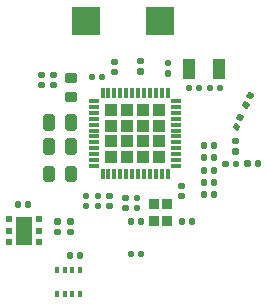
<source format=gbr>
G04 EAGLE Gerber RS-274X export*
G75*
%MOMM*%
%FSLAX34Y34*%
%LPD*%
%INSolderpaste Top*%
%IPPOS*%
%AMOC8*
5,1,8,0,0,1.08239X$1,22.5*%
G01*
%ADD10R,0.850000X0.300000*%
%ADD11R,0.300000X0.850000*%
%ADD12R,1.000000X1.000000*%
%ADD13C,0.280800*%
%ADD14C,0.500000*%
%ADD15C,0.402900*%
%ADD16R,1.000000X1.800000*%
%ADD17R,0.850000X0.950000*%
%ADD18C,0.270000*%
%ADD19R,2.368000X2.403600*%
%ADD20R,0.500000X0.500000*%
%ADD21R,1.450000X2.400000*%
%ADD22R,0.350000X0.500000*%


D10*
X149816Y116010D03*
X149816Y121010D03*
X149816Y126010D03*
X149816Y131010D03*
X149816Y136010D03*
X149816Y141010D03*
X149816Y146010D03*
X149816Y151010D03*
X149816Y156010D03*
X149816Y161010D03*
X149816Y166010D03*
X149816Y171010D03*
D11*
X142816Y178010D03*
X137816Y178010D03*
X132816Y178010D03*
X127816Y178010D03*
X122816Y178010D03*
X117816Y178010D03*
X112816Y178010D03*
X107816Y178010D03*
X102816Y178010D03*
X97816Y178010D03*
X92816Y178010D03*
X87816Y178010D03*
D10*
X80816Y171010D03*
X80816Y166010D03*
X80816Y161010D03*
X80816Y156010D03*
X80816Y151010D03*
X80816Y146010D03*
X80816Y141010D03*
X80816Y136010D03*
X80816Y131010D03*
X80816Y126010D03*
X80816Y121010D03*
X80816Y116010D03*
D11*
X87816Y109010D03*
X92816Y109010D03*
X97816Y109010D03*
X102816Y109010D03*
X107816Y109010D03*
X112816Y109010D03*
X117816Y109010D03*
X122816Y109010D03*
X127816Y109010D03*
X132816Y109010D03*
X137816Y109010D03*
X142816Y109010D03*
D12*
X135316Y123510D03*
X122066Y123510D03*
X108566Y123510D03*
X95316Y123510D03*
X135316Y136760D03*
X135316Y150260D03*
X135316Y163510D03*
X95316Y163510D03*
X108566Y163510D03*
X122066Y163510D03*
X122066Y150260D03*
X122066Y136760D03*
X108566Y136760D03*
X95316Y136760D03*
X108566Y150260D03*
X95316Y150260D03*
D13*
X47697Y192107D02*
X47697Y194699D01*
X47697Y192107D02*
X44505Y192107D01*
X44505Y194699D01*
X47697Y194699D01*
X44505Y186099D02*
X44505Y183507D01*
X44505Y186099D02*
X47697Y186099D01*
X47697Y183507D01*
X44505Y183507D01*
X37410Y192107D02*
X37410Y194699D01*
X37410Y192107D02*
X34218Y192107D01*
X34218Y194699D01*
X37410Y194699D01*
X34218Y186099D02*
X34218Y183507D01*
X34218Y186099D02*
X37410Y186099D01*
X37410Y183507D01*
X34218Y183507D01*
X94941Y92591D02*
X94941Y89999D01*
X91749Y89999D01*
X91749Y92591D01*
X94941Y92591D01*
X91749Y83991D02*
X91749Y81399D01*
X91749Y83991D02*
X94941Y83991D01*
X94941Y81399D01*
X91749Y81399D01*
X81970Y81272D02*
X81970Y83864D01*
X85162Y83864D01*
X85162Y81272D01*
X81970Y81272D01*
X85162Y89872D02*
X85162Y92464D01*
X85162Y89872D02*
X81970Y89872D01*
X81970Y92464D01*
X85162Y92464D01*
X79419Y193366D02*
X76827Y193366D01*
X79419Y193366D02*
X79419Y190174D01*
X76827Y190174D01*
X76827Y193366D01*
X76827Y192842D02*
X79419Y192842D01*
X85427Y190174D02*
X88019Y190174D01*
X85427Y190174D02*
X85427Y193366D01*
X88019Y193366D01*
X88019Y190174D01*
X88019Y192842D02*
X85427Y192842D01*
X176776Y184095D02*
X179368Y184095D01*
X179368Y180903D01*
X176776Y180903D01*
X176776Y184095D01*
X176776Y183571D02*
X179368Y183571D01*
X185376Y180903D02*
X187968Y180903D01*
X185376Y180903D02*
X185376Y184095D01*
X187968Y184095D01*
X187968Y180903D01*
X187968Y183571D02*
X185376Y183571D01*
X170061Y180903D02*
X167469Y180903D01*
X167469Y184095D01*
X170061Y184095D01*
X170061Y180903D01*
X170061Y183571D02*
X167469Y183571D01*
X161461Y184095D02*
X158869Y184095D01*
X161461Y184095D02*
X161461Y180903D01*
X158869Y180903D01*
X158869Y184095D01*
X158869Y183571D02*
X161461Y183571D01*
X141152Y193413D02*
X141152Y196005D01*
X144344Y196005D01*
X144344Y193413D01*
X141152Y193413D01*
X144344Y202013D02*
X144344Y204605D01*
X144344Y202013D02*
X141152Y202013D01*
X141152Y204605D01*
X144344Y204605D01*
X96194Y197275D02*
X96194Y194683D01*
X96194Y197275D02*
X99386Y197275D01*
X99386Y194683D01*
X96194Y194683D01*
X99386Y203283D02*
X99386Y205875D01*
X99386Y203283D02*
X96194Y203283D01*
X96194Y205875D01*
X99386Y205875D01*
X108530Y90686D02*
X108530Y88094D01*
X105338Y88094D01*
X105338Y90686D01*
X108530Y90686D01*
X105338Y82086D02*
X105338Y79494D01*
X105338Y82086D02*
X108530Y82086D01*
X108530Y79494D01*
X105338Y79494D01*
X75002Y89872D02*
X75002Y92464D01*
X75002Y89872D02*
X71810Y89872D01*
X71810Y92464D01*
X75002Y92464D01*
X71810Y83864D02*
X71810Y81272D01*
X71810Y83864D02*
X75002Y83864D01*
X75002Y81272D01*
X71810Y81272D01*
D14*
X63666Y104620D02*
X58666Y104620D01*
X58666Y113820D01*
X63666Y113820D01*
X63666Y104620D01*
X63666Y109370D02*
X58666Y109370D01*
X44966Y113820D02*
X39966Y113820D01*
X44966Y113820D02*
X44966Y104620D01*
X39966Y104620D01*
X39966Y113820D01*
X39966Y109370D02*
X44966Y109370D01*
X45093Y157508D02*
X40093Y157508D01*
X45093Y157508D02*
X45093Y148308D01*
X40093Y148308D01*
X40093Y157508D01*
X40093Y153058D02*
X45093Y153058D01*
X58793Y148308D02*
X63793Y148308D01*
X58793Y148308D02*
X58793Y157508D01*
X63793Y157508D01*
X63793Y148308D01*
X63793Y153058D02*
X58793Y153058D01*
D13*
X118182Y90686D02*
X118182Y88094D01*
X114990Y88094D01*
X114990Y90686D01*
X118182Y90686D01*
X114990Y82086D02*
X114990Y79494D01*
X114990Y82086D02*
X118182Y82086D01*
X118182Y79494D01*
X114990Y79494D01*
X155774Y98254D02*
X155774Y100846D01*
X155774Y98254D02*
X152582Y98254D01*
X152582Y100846D01*
X155774Y100846D01*
X152582Y92246D02*
X152582Y89654D01*
X152582Y92246D02*
X155774Y92246D01*
X155774Y89654D01*
X152582Y89654D01*
D15*
X58070Y172744D02*
X58070Y176616D01*
X63342Y176616D01*
X63342Y172744D01*
X58070Y172744D01*
X58070Y176572D02*
X63342Y176572D01*
X63342Y189144D02*
X63342Y193016D01*
X63342Y189144D02*
X58070Y189144D01*
X58070Y193016D01*
X63342Y193016D01*
X63342Y192972D02*
X58070Y192972D01*
D14*
X58920Y128242D02*
X63920Y128242D01*
X58920Y128242D02*
X58920Y137442D01*
X63920Y137442D01*
X63920Y128242D01*
X63920Y132992D02*
X58920Y132992D01*
X45220Y137442D02*
X40220Y137442D01*
X45220Y137442D02*
X45220Y128242D01*
X40220Y128242D01*
X40220Y137442D01*
X40220Y132992D02*
X45220Y132992D01*
D16*
X185982Y198120D03*
X160982Y198120D03*
D17*
X142656Y69331D03*
X142656Y83831D03*
X131156Y83831D03*
X131156Y69331D03*
D18*
X171622Y121794D02*
X174322Y121794D01*
X171622Y121794D02*
X171622Y125094D01*
X174322Y125094D01*
X174322Y121794D01*
X174322Y124359D02*
X171622Y124359D01*
X180262Y121794D02*
X182962Y121794D01*
X180262Y121794D02*
X180262Y125094D01*
X182962Y125094D01*
X182962Y121794D01*
X182962Y124359D02*
X180262Y124359D01*
X174449Y132208D02*
X171749Y132208D01*
X171749Y135508D01*
X174449Y135508D01*
X174449Y132208D01*
X174449Y134773D02*
X171749Y134773D01*
X180389Y132208D02*
X183089Y132208D01*
X180389Y132208D02*
X180389Y135508D01*
X183089Y135508D01*
X183089Y132208D01*
X183089Y134773D02*
X180389Y134773D01*
X180389Y93598D02*
X183089Y93598D01*
X183089Y90298D01*
X180389Y90298D01*
X180389Y93598D01*
X180389Y92863D02*
X183089Y92863D01*
X174449Y93598D02*
X171749Y93598D01*
X174449Y93598D02*
X174449Y90298D01*
X171749Y90298D01*
X171749Y93598D01*
X171749Y92863D02*
X174449Y92863D01*
X174449Y111126D02*
X171749Y111126D01*
X171749Y114426D01*
X174449Y114426D01*
X174449Y111126D01*
X174449Y113691D02*
X171749Y113691D01*
X180389Y111126D02*
X183089Y111126D01*
X180389Y111126D02*
X180389Y114426D01*
X183089Y114426D01*
X183089Y111126D01*
X183089Y113691D02*
X180389Y113691D01*
X208706Y116587D02*
X211406Y116587D01*
X208706Y116587D02*
X208706Y119887D01*
X211406Y119887D01*
X211406Y116587D01*
X211406Y119152D02*
X208706Y119152D01*
X217346Y116587D02*
X220046Y116587D01*
X217346Y116587D02*
X217346Y119887D01*
X220046Y119887D01*
X220046Y116587D01*
X220046Y119152D02*
X217346Y119152D01*
X201911Y147652D02*
X202839Y150186D01*
X201911Y147652D02*
X198813Y148786D01*
X199741Y151320D01*
X202839Y150186D01*
X202754Y150217D02*
X199337Y150217D01*
X204881Y155766D02*
X205809Y158300D01*
X204881Y155766D02*
X201783Y156900D01*
X202711Y159434D01*
X205809Y158300D01*
X205724Y158331D02*
X202307Y158331D01*
X174576Y100712D02*
X171876Y100712D01*
X171876Y104012D01*
X174576Y104012D01*
X174576Y100712D01*
X174576Y103277D02*
X171876Y103277D01*
X180516Y100712D02*
X183216Y100712D01*
X180516Y100712D02*
X180516Y104012D01*
X183216Y104012D01*
X183216Y100712D01*
X183216Y103277D02*
X180516Y103277D01*
X190164Y116460D02*
X192864Y116460D01*
X190164Y116460D02*
X190164Y119760D01*
X192864Y119760D01*
X192864Y116460D01*
X192864Y119025D02*
X190164Y119025D01*
X198804Y116460D02*
X201504Y116460D01*
X198804Y116460D02*
X198804Y119760D01*
X201504Y119760D01*
X201504Y116460D01*
X201504Y119025D02*
X198804Y119025D01*
X201421Y127299D02*
X201421Y129999D01*
X201421Y127299D02*
X198121Y127299D01*
X198121Y129999D01*
X201421Y129999D01*
X201421Y129864D02*
X198121Y129864D01*
X201421Y135939D02*
X201421Y138639D01*
X201421Y135939D02*
X198121Y135939D01*
X198121Y138639D01*
X201421Y138639D01*
X201421Y138504D02*
X198121Y138504D01*
X164420Y70992D02*
X161720Y70992D01*
X164420Y70992D02*
X164420Y67692D01*
X161720Y67692D01*
X161720Y70992D01*
X161720Y70257D02*
X164420Y70257D01*
X155780Y70992D02*
X153080Y70992D01*
X155780Y70992D02*
X155780Y67692D01*
X153080Y67692D01*
X153080Y70992D01*
X153080Y70257D02*
X155780Y70257D01*
X121367Y71246D02*
X118667Y71246D01*
X121367Y71246D02*
X121367Y67946D01*
X118667Y67946D01*
X118667Y71246D01*
X118667Y70511D02*
X121367Y70511D01*
X112727Y71246D02*
X110027Y71246D01*
X112727Y71246D02*
X112727Y67946D01*
X110027Y67946D01*
X110027Y71246D01*
X110027Y70511D02*
X112727Y70511D01*
X117476Y203630D02*
X117476Y206330D01*
X120776Y206330D01*
X120776Y203630D01*
X117476Y203630D01*
X117476Y206195D02*
X120776Y206195D01*
X117476Y197690D02*
X117476Y194990D01*
X117476Y197690D02*
X120776Y197690D01*
X120776Y194990D01*
X117476Y194990D01*
X117476Y197555D02*
X120776Y197555D01*
X209495Y166230D02*
X210687Y168651D01*
X209495Y166230D02*
X206535Y167687D01*
X207727Y170108D01*
X210687Y168651D01*
X210394Y168795D02*
X207081Y168795D01*
X213310Y173982D02*
X214502Y176403D01*
X213310Y173982D02*
X210350Y175439D01*
X211542Y177860D01*
X214502Y176403D01*
X214209Y176547D02*
X210896Y176547D01*
D19*
X74115Y238789D03*
X136539Y238789D03*
D20*
X33836Y51341D03*
X33836Y61341D03*
X33836Y71341D03*
X8836Y51341D03*
X8836Y61341D03*
X8836Y71341D03*
D21*
X21209Y61325D03*
D13*
X66885Y38917D02*
X69477Y38917D01*
X66885Y38917D02*
X66885Y42109D01*
X69477Y42109D01*
X69477Y38917D01*
X69477Y41585D02*
X66885Y41585D01*
X60877Y42109D02*
X58285Y42109D01*
X60877Y42109D02*
X60877Y38917D01*
X58285Y38917D01*
X58285Y42109D01*
X58285Y41585D02*
X60877Y41585D01*
D22*
X55678Y28284D03*
X62178Y28284D03*
X68678Y28284D03*
X49178Y28284D03*
X62178Y7784D03*
X55678Y7784D03*
X49178Y7784D03*
X68678Y7784D03*
D13*
X17316Y85416D02*
X14724Y85416D01*
X17316Y85416D02*
X17316Y82224D01*
X14724Y82224D01*
X14724Y85416D01*
X14724Y84892D02*
X17316Y84892D01*
X23324Y82224D02*
X25916Y82224D01*
X23324Y82224D02*
X23324Y85416D01*
X25916Y85416D01*
X25916Y82224D01*
X25916Y84892D02*
X23324Y84892D01*
D18*
X109900Y40260D02*
X112600Y40260D01*
X109900Y40260D02*
X109900Y43560D01*
X112600Y43560D01*
X112600Y40260D01*
X112600Y42825D02*
X109900Y42825D01*
X118540Y40260D02*
X121240Y40260D01*
X118540Y40260D02*
X118540Y43560D01*
X121240Y43560D01*
X121240Y40260D01*
X121240Y42825D02*
X118540Y42825D01*
X50545Y59354D02*
X50545Y62054D01*
X50545Y59354D02*
X47245Y59354D01*
X47245Y62054D01*
X50545Y62054D01*
X50545Y61919D02*
X47245Y61919D01*
X50545Y67994D02*
X50545Y70694D01*
X50545Y67994D02*
X47245Y67994D01*
X47245Y70694D01*
X50545Y70694D01*
X50545Y70559D02*
X47245Y70559D01*
X62229Y62054D02*
X62229Y59354D01*
X58929Y59354D01*
X58929Y62054D01*
X62229Y62054D01*
X62229Y61919D02*
X58929Y61919D01*
X62229Y67994D02*
X62229Y70694D01*
X62229Y67994D02*
X58929Y67994D01*
X58929Y70694D01*
X62229Y70694D01*
X62229Y70559D02*
X58929Y70559D01*
M02*

</source>
